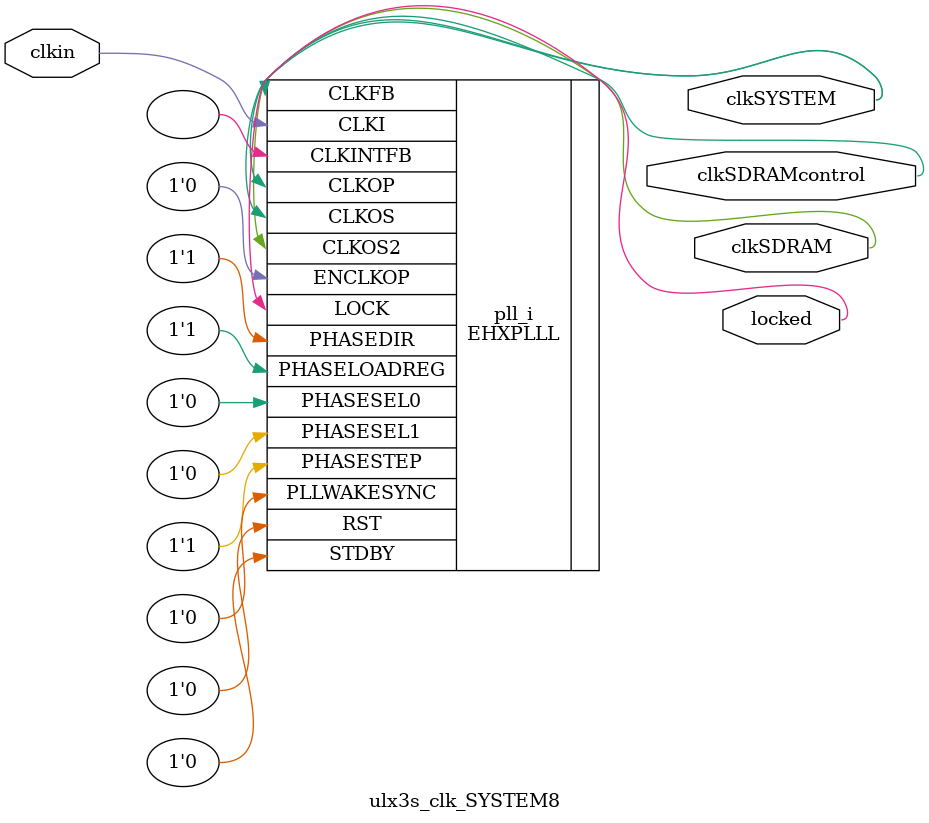
<source format=v>
module ulx3s_clk_SYSTEM8
(
    input clkin,                // 25 MHz, 0 deg
    output  clkSYSTEM,          // 50 MHz, 0 deg        // SYSTEM CLOCK - Memory and I/O
    output  clkSDRAM,           // 100 MHz, 0 deg       // SDRAM
    output  clkSDRAMcontrol,    // 100 MHz, 180 deg     // SDRAM controller
    output  locked
);
(* FREQUENCY_PIN_CLKI="25" *)
(* FREQUENCY_PIN_CLKOP="50" *)
(* FREQUENCY_PIN_CLKOS="25" *)
(* FREQUENCY_PIN_CLKOS2="50" *)
(* FREQUENCY_PIN_CLKOS3="50" *)
(* ICP_CURRENT="12" *) (* LPF_RESISTOR="8" *) (* MFG_ENABLE_FILTEROPAMP="1" *) (* MFG_GMCREF_SEL="2" *)
EHXPLLL #(
        .PLLRST_ENA("DISABLED"),
        .INTFB_WAKE("DISABLED"),
        .STDBY_ENABLE("DISABLED"),
        .DPHASE_SOURCE("DISABLED"),
        .OUTDIVIDER_MUXA("DIVA"),
        .OUTDIVIDER_MUXB("DIVB"),
        .OUTDIVIDER_MUXC("DIVC"),
        .OUTDIVIDER_MUXD("DIVD"),
        .CLKI_DIV(1),
        .CLKOP_ENABLE("ENABLED"),
        .CLKOP_DIV(12),
        .CLKOP_CPHASE(5),
        .CLKOP_FPHASE(0),
        .CLKOS_ENABLE("ENABLED"),
        .CLKOS_DIV(6),
        .CLKOS_CPHASE(8),
        .CLKOS_FPHASE(0),
        .CLKOS2_ENABLE("ENABLED"),
        .CLKOS2_DIV(6),
        .CLKOS2_CPHASE(5),
        .CLKOS2_FPHASE(0),

        .FEEDBK_PATH("CLKOP"),
        .CLKFB_DIV(2)
    ) pll_i (
        .RST(1'b0),
        .STDBY(1'b0),
        .CLKI(clkin),
        .CLKOP(clkSYSTEM),
        .CLKOS(clkSDRAMcontrol),
        .CLKOS2(clkSDRAM),
        .CLKFB(clkSYSTEM),
        .CLKINTFB(),
        .PHASESEL0(1'b0),
        .PHASESEL1(1'b0),
        .PHASEDIR(1'b1),
        .PHASESTEP(1'b1),
        .PHASELOADREG(1'b1),
        .PLLWAKESYNC(1'b0),
        .ENCLKOP(1'b0),
        .LOCK(locked)
	);
endmodule

</source>
